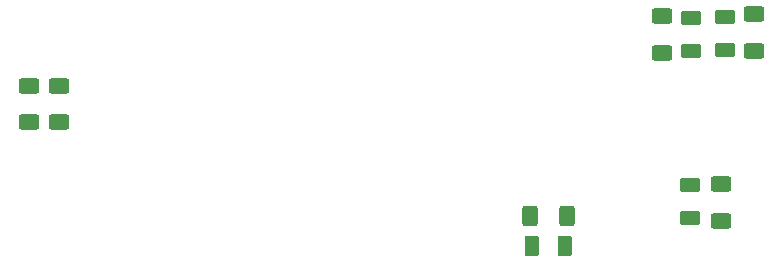
<source format=gbr>
%TF.GenerationSoftware,KiCad,Pcbnew,9.0.0*%
%TF.CreationDate,2025-04-07T10:39:53+02:00*%
%TF.ProjectId,UniBoard-Xiao,556e6942-6f61-4726-942d-5869616f2e6b,rev?*%
%TF.SameCoordinates,Original*%
%TF.FileFunction,Paste,Bot*%
%TF.FilePolarity,Positive*%
%FSLAX46Y46*%
G04 Gerber Fmt 4.6, Leading zero omitted, Abs format (unit mm)*
G04 Created by KiCad (PCBNEW 9.0.0) date 2025-04-07 10:39:53*
%MOMM*%
%LPD*%
G01*
G04 APERTURE LIST*
G04 Aperture macros list*
%AMRoundRect*
0 Rectangle with rounded corners*
0 $1 Rounding radius*
0 $2 $3 $4 $5 $6 $7 $8 $9 X,Y pos of 4 corners*
0 Add a 4 corners polygon primitive as box body*
4,1,4,$2,$3,$4,$5,$6,$7,$8,$9,$2,$3,0*
0 Add four circle primitives for the rounded corners*
1,1,$1+$1,$2,$3*
1,1,$1+$1,$4,$5*
1,1,$1+$1,$6,$7*
1,1,$1+$1,$8,$9*
0 Add four rect primitives between the rounded corners*
20,1,$1+$1,$2,$3,$4,$5,0*
20,1,$1+$1,$4,$5,$6,$7,0*
20,1,$1+$1,$6,$7,$8,$9,0*
20,1,$1+$1,$8,$9,$2,$3,0*%
G04 Aperture macros list end*
%ADD10RoundRect,0.250000X0.400000X0.625000X-0.400000X0.625000X-0.400000X-0.625000X0.400000X-0.625000X0*%
%ADD11RoundRect,0.250000X-0.625000X0.375000X-0.625000X-0.375000X0.625000X-0.375000X0.625000X0.375000X0*%
%ADD12RoundRect,0.250000X-0.625000X0.400000X-0.625000X-0.400000X0.625000X-0.400000X0.625000X0.400000X0*%
%ADD13RoundRect,0.250000X0.375000X0.625000X-0.375000X0.625000X-0.375000X-0.625000X0.375000X-0.625000X0*%
%ADD14RoundRect,0.250000X0.625000X-0.400000X0.625000X0.400000X-0.625000X0.400000X-0.625000X-0.400000X0*%
%ADD15RoundRect,0.250000X0.625000X-0.375000X0.625000X0.375000X-0.625000X0.375000X-0.625000X-0.375000X0*%
G04 APERTURE END LIST*
D10*
%TO.C,R3*%
X170050000Y-104420883D03*
X166950000Y-104420883D03*
%TD*%
D11*
%TO.C,D4*%
X180574271Y-87697229D03*
X180574271Y-90497229D03*
%TD*%
D12*
%TO.C,R6*%
X127000000Y-93420000D03*
X127000000Y-96520000D03*
%TD*%
D13*
%TO.C,D3*%
X169900000Y-107027500D03*
X167100000Y-107027500D03*
%TD*%
D12*
%TO.C,R7*%
X185913708Y-87369167D03*
X185913708Y-90469167D03*
%TD*%
D14*
%TO.C,R2*%
X183050459Y-104874541D03*
X183050459Y-101774541D03*
%TD*%
D12*
%TO.C,R5*%
X124500000Y-93420000D03*
X124500000Y-96520000D03*
%TD*%
D11*
%TO.C,D5*%
X183388000Y-87630000D03*
X183388000Y-90430000D03*
%TD*%
D15*
%TO.C,D2*%
X180506711Y-104605832D03*
X180506711Y-101805832D03*
%TD*%
D12*
%TO.C,R4*%
X178074271Y-87547229D03*
X178074271Y-90647229D03*
%TD*%
M02*

</source>
